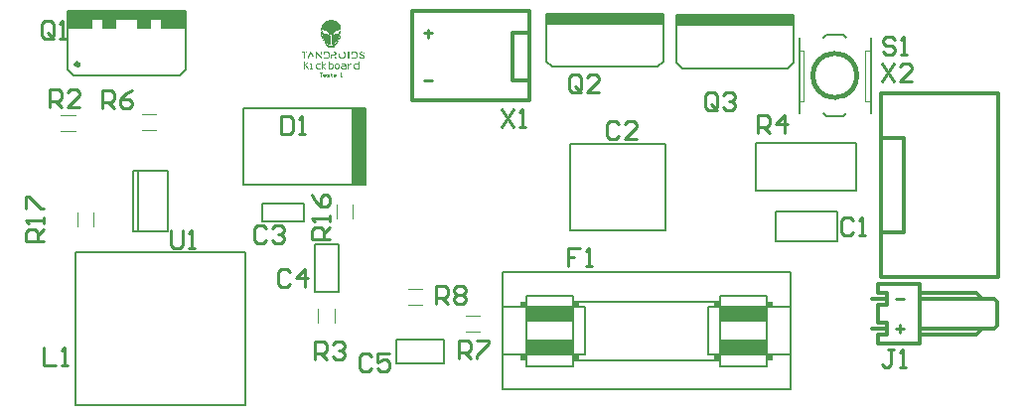
<source format=gto>
G04*
G04 #@! TF.GenerationSoftware,Altium Limited,Altium Designer,21.6.1 (37)*
G04*
G04 Layer_Color=65535*
%FSLAX23Y23*%
%MOIN*%
G70*
G04*
G04 #@! TF.SameCoordinates,C1C5D9C5-2355-4A3C-9FD6-11C0A888820F*
G04*
G04*
G04 #@! TF.FilePolarity,Positive*
G04*
G01*
G75*
%ADD10C,0.015*%
%ADD11C,0.004*%
%ADD12C,0.008*%
%ADD13C,0.012*%
%ADD14C,0.004*%
%ADD15C,0.003*%
%ADD16C,0.010*%
%ADD17R,0.048X0.256*%
G36*
X2185Y1291D02*
X1791D01*
Y1323D01*
X2185D01*
Y1291D01*
D02*
G37*
G36*
X2622Y1287D02*
X2228D01*
Y1319D01*
X2622D01*
Y1287D01*
D02*
G37*
G36*
X579Y1276D02*
X500D01*
Y1305D01*
X461D01*
Y1276D01*
X421D01*
Y1305D01*
X343D01*
Y1276D01*
X303D01*
Y1305D01*
X264D01*
Y1276D01*
X185D01*
Y1335D01*
X579D01*
Y1276D01*
D02*
G37*
G36*
X1077Y1302D02*
X1078D01*
Y1302D01*
X1079D01*
Y1302D01*
X1081D01*
Y1301D01*
X1082D01*
Y1301D01*
X1082D01*
Y1300D01*
X1084D01*
Y1300D01*
X1084D01*
Y1300D01*
X1085D01*
Y1299D01*
X1086D01*
Y1299D01*
X1086D01*
Y1298D01*
X1087D01*
Y1298D01*
X1087D01*
Y1297D01*
X1088D01*
Y1297D01*
X1089D01*
Y1297D01*
X1089D01*
Y1296D01*
X1090D01*
Y1296D01*
X1090D01*
Y1295D01*
X1091D01*
Y1295D01*
X1091D01*
Y1295D01*
X1092D01*
Y1294D01*
X1092D01*
Y1294D01*
X1092D01*
Y1293D01*
X1093D01*
Y1293D01*
X1093D01*
Y1292D01*
X1094D01*
Y1292D01*
X1094D01*
Y1292D01*
X1094D01*
Y1291D01*
X1095D01*
Y1291D01*
Y1290D01*
X1096D01*
Y1290D01*
Y1290D01*
Y1289D01*
X1097D01*
Y1289D01*
Y1288D01*
X1097D01*
Y1288D01*
Y1287D01*
X1098D01*
Y1287D01*
Y1287D01*
Y1286D01*
X1098D01*
Y1286D01*
X1099D01*
Y1285D01*
Y1285D01*
X1099D01*
Y1285D01*
Y1284D01*
X1099D01*
Y1284D01*
Y1283D01*
X1100D01*
Y1283D01*
Y1283D01*
Y1282D01*
X1100D01*
Y1282D01*
Y1281D01*
Y1281D01*
X1101D01*
Y1280D01*
Y1280D01*
Y1280D01*
Y1279D01*
X1101D01*
Y1279D01*
Y1278D01*
X1101D01*
Y1278D01*
Y1278D01*
Y1277D01*
X1102D01*
Y1277D01*
Y1276D01*
Y1276D01*
Y1275D01*
Y1275D01*
Y1275D01*
Y1274D01*
Y1274D01*
X1102D01*
Y1273D01*
Y1273D01*
Y1273D01*
Y1272D01*
Y1272D01*
Y1271D01*
Y1271D01*
Y1270D01*
X1101D01*
Y1270D01*
X1100D01*
Y1270D01*
X1099D01*
Y1269D01*
X1097D01*
Y1269D01*
X1095D01*
Y1268D01*
X1094D01*
Y1268D01*
X1093D01*
Y1268D01*
X1091D01*
Y1267D01*
X1089D01*
Y1267D01*
X1088D01*
Y1266D01*
X1086D01*
Y1266D01*
X1085D01*
Y1266D01*
X1083D01*
Y1265D01*
X1082D01*
Y1265D01*
X1080D01*
Y1264D01*
Y1264D01*
X1081D01*
Y1263D01*
X1079D01*
Y1263D01*
X1079D01*
Y1263D01*
Y1262D01*
X1079D01*
Y1262D01*
X1078D01*
Y1261D01*
Y1261D01*
Y1261D01*
X1078D01*
Y1260D01*
Y1260D01*
X1077D01*
Y1259D01*
X1077D01*
Y1259D01*
Y1258D01*
Y1258D01*
X1077D01*
Y1258D01*
Y1257D01*
Y1257D01*
X1076D01*
Y1256D01*
Y1256D01*
X1076D01*
Y1256D01*
Y1255D01*
X1075D01*
Y1255D01*
Y1254D01*
X1073D01*
Y1254D01*
X1072D01*
Y1253D01*
X1070D01*
Y1253D01*
X1069D01*
Y1253D01*
X1067D01*
Y1253D01*
X1066D01*
Y1253D01*
X1065D01*
Y1254D01*
X1063D01*
Y1254D01*
X1062D01*
Y1255D01*
X1061D01*
Y1255D01*
Y1256D01*
X1061D01*
Y1256D01*
Y1256D01*
X1060D01*
Y1257D01*
Y1257D01*
X1060D01*
Y1258D01*
Y1258D01*
Y1258D01*
X1060D01*
Y1259D01*
X1059D01*
Y1259D01*
Y1260D01*
Y1260D01*
X1059D01*
Y1261D01*
X1058D01*
Y1261D01*
Y1261D01*
Y1262D01*
Y1262D01*
X1058D01*
Y1263D01*
X1057D01*
Y1263D01*
Y1263D01*
X1056D01*
Y1264D01*
Y1264D01*
Y1265D01*
X1056D01*
Y1265D01*
X1055D01*
Y1266D01*
X1053D01*
Y1266D01*
X1051D01*
Y1266D01*
X1050D01*
Y1267D01*
X1048D01*
Y1267D01*
X1047D01*
Y1268D01*
X1045D01*
Y1268D01*
X1044D01*
Y1268D01*
X1043D01*
Y1269D01*
X1041D01*
Y1269D01*
X1040D01*
Y1270D01*
X1038D01*
Y1270D01*
X1037D01*
Y1270D01*
X1035D01*
Y1271D01*
X1034D01*
Y1271D01*
Y1272D01*
Y1272D01*
X1035D01*
Y1273D01*
Y1273D01*
Y1273D01*
Y1274D01*
Y1274D01*
Y1275D01*
Y1275D01*
Y1275D01*
Y1276D01*
Y1276D01*
X1035D01*
Y1277D01*
Y1277D01*
Y1278D01*
Y1278D01*
X1036D01*
Y1278D01*
Y1279D01*
Y1279D01*
Y1280D01*
X1036D01*
Y1280D01*
Y1280D01*
X1036D01*
Y1281D01*
Y1281D01*
X1037D01*
Y1282D01*
Y1282D01*
Y1283D01*
Y1283D01*
X1037D01*
Y1283D01*
X1038D01*
Y1284D01*
Y1284D01*
Y1285D01*
Y1285D01*
X1038D01*
Y1285D01*
Y1286D01*
X1039D01*
Y1286D01*
Y1287D01*
Y1287D01*
X1040D01*
Y1287D01*
Y1288D01*
Y1288D01*
X1040D01*
Y1289D01*
X1040D01*
Y1289D01*
Y1290D01*
X1041D01*
Y1290D01*
X1041D01*
Y1290D01*
X1042D01*
Y1291D01*
Y1291D01*
X1042D01*
Y1292D01*
X1043D01*
Y1292D01*
X1043D01*
Y1292D01*
Y1293D01*
X1044D01*
Y1293D01*
X1044D01*
Y1294D01*
X1045D01*
Y1294D01*
X1045D01*
Y1295D01*
X1045D01*
Y1295D01*
X1046D01*
Y1295D01*
X1046D01*
Y1296D01*
X1047D01*
Y1296D01*
X1048D01*
Y1297D01*
X1048D01*
Y1297D01*
X1048D01*
Y1297D01*
X1049D01*
Y1298D01*
X1050D01*
Y1298D01*
X1050D01*
Y1299D01*
X1051D01*
Y1299D01*
X1052D01*
Y1300D01*
X1053D01*
Y1300D01*
X1053D01*
Y1300D01*
X1054D01*
Y1301D01*
X1055D01*
Y1301D01*
X1056D01*
Y1302D01*
X1057D01*
Y1302D01*
X1058D01*
Y1302D01*
X1060D01*
Y1303D01*
X1077D01*
Y1302D01*
D02*
G37*
G36*
X1102Y1268D02*
X1102D01*
Y1268D01*
Y1267D01*
X1101D01*
Y1267D01*
Y1266D01*
Y1266D01*
Y1266D01*
X1101D01*
Y1265D01*
Y1265D01*
Y1264D01*
X1101D01*
Y1264D01*
Y1263D01*
Y1263D01*
Y1263D01*
Y1262D01*
X1100D01*
Y1262D01*
Y1261D01*
X1100D01*
Y1261D01*
Y1261D01*
Y1260D01*
X1099D01*
Y1260D01*
Y1259D01*
Y1259D01*
Y1258D01*
X1099D01*
Y1258D01*
Y1258D01*
X1099D01*
Y1257D01*
Y1257D01*
Y1256D01*
Y1256D01*
Y1256D01*
X1098D01*
Y1255D01*
Y1255D01*
X1098D01*
Y1254D01*
Y1254D01*
Y1253D01*
X1097D01*
Y1253D01*
X1098D01*
Y1253D01*
X1097D01*
Y1252D01*
Y1252D01*
Y1251D01*
X1097D01*
Y1251D01*
Y1251D01*
X1097D01*
Y1250D01*
Y1250D01*
Y1249D01*
Y1249D01*
X1096D01*
Y1248D01*
Y1248D01*
Y1248D01*
X1096D01*
Y1247D01*
Y1247D01*
Y1246D01*
Y1246D01*
X1095D01*
Y1246D01*
Y1245D01*
Y1245D01*
X1095D01*
Y1244D01*
Y1244D01*
X1094D01*
Y1244D01*
Y1243D01*
Y1243D01*
Y1242D01*
Y1242D01*
X1094D01*
Y1241D01*
Y1241D01*
X1094D01*
Y1241D01*
Y1240D01*
Y1240D01*
X1093D01*
Y1239D01*
X1094D01*
Y1239D01*
X1093D01*
Y1239D01*
Y1238D01*
X1093D01*
Y1238D01*
Y1237D01*
Y1237D01*
X1092D01*
Y1236D01*
Y1236D01*
Y1236D01*
Y1235D01*
X1092D01*
Y1235D01*
Y1234D01*
Y1234D01*
X1092D01*
Y1234D01*
Y1233D01*
X1091D01*
Y1233D01*
X1090D01*
Y1232D01*
X1090D01*
Y1232D01*
X1089D01*
Y1231D01*
X1089D01*
Y1231D01*
X1088D01*
Y1231D01*
X1087D01*
Y1230D01*
X1087D01*
Y1230D01*
X1086D01*
Y1229D01*
X1086D01*
Y1229D01*
X1085D01*
Y1229D01*
X1084D01*
Y1228D01*
X1084D01*
Y1228D01*
X1084D01*
Y1227D01*
X1083D01*
Y1227D01*
Y1226D01*
X1083D01*
Y1226D01*
X1082D01*
Y1226D01*
X1082D01*
Y1225D01*
X1082D01*
Y1225D01*
X1081D01*
Y1224D01*
Y1224D01*
X1081D01*
Y1224D01*
X1080D01*
Y1223D01*
X1080D01*
Y1223D01*
Y1222D01*
X1079D01*
Y1222D01*
X1079D01*
Y1222D01*
X1079D01*
Y1221D01*
X1078D01*
Y1221D01*
Y1220D01*
X1077D01*
Y1220D01*
X1076D01*
Y1219D01*
X1074D01*
Y1219D01*
X1072D01*
Y1219D01*
X1070D01*
Y1218D01*
X1069D01*
Y1219D01*
Y1219D01*
Y1219D01*
Y1220D01*
Y1220D01*
Y1221D01*
Y1221D01*
Y1222D01*
Y1222D01*
Y1222D01*
Y1223D01*
Y1223D01*
Y1224D01*
Y1224D01*
Y1224D01*
Y1225D01*
Y1225D01*
Y1226D01*
Y1226D01*
Y1226D01*
Y1227D01*
Y1227D01*
Y1228D01*
Y1228D01*
Y1229D01*
Y1229D01*
Y1229D01*
Y1230D01*
Y1230D01*
Y1231D01*
Y1231D01*
Y1231D01*
Y1232D01*
Y1232D01*
Y1233D01*
Y1233D01*
Y1234D01*
Y1234D01*
Y1234D01*
Y1235D01*
Y1235D01*
Y1236D01*
Y1236D01*
Y1236D01*
Y1237D01*
Y1237D01*
Y1238D01*
Y1238D01*
Y1239D01*
Y1239D01*
Y1239D01*
Y1240D01*
Y1240D01*
Y1241D01*
Y1241D01*
Y1241D01*
Y1242D01*
Y1242D01*
Y1243D01*
Y1243D01*
Y1244D01*
Y1244D01*
Y1244D01*
Y1245D01*
Y1245D01*
Y1246D01*
Y1246D01*
Y1246D01*
Y1247D01*
Y1247D01*
Y1248D01*
Y1248D01*
Y1248D01*
Y1249D01*
Y1249D01*
Y1250D01*
Y1250D01*
Y1251D01*
Y1251D01*
Y1251D01*
Y1252D01*
X1069D01*
Y1252D01*
X1072D01*
Y1253D01*
X1072D01*
Y1253D01*
X1074D01*
Y1253D01*
X1076D01*
Y1254D01*
X1077D01*
Y1254D01*
X1079D01*
Y1255D01*
X1080D01*
Y1255D01*
X1081D01*
Y1256D01*
X1083D01*
Y1256D01*
X1084D01*
Y1256D01*
X1087D01*
Y1257D01*
X1087D01*
Y1257D01*
X1089D01*
Y1258D01*
X1090D01*
Y1258D01*
X1092D01*
Y1258D01*
X1093D01*
Y1259D01*
Y1259D01*
Y1260D01*
X1094D01*
Y1260D01*
Y1261D01*
X1094D01*
Y1261D01*
Y1261D01*
X1094D01*
Y1262D01*
X1095D01*
Y1262D01*
Y1263D01*
X1095D01*
Y1263D01*
Y1263D01*
Y1264D01*
X1096D01*
Y1264D01*
X1096D01*
Y1265D01*
Y1265D01*
Y1266D01*
X1097D01*
Y1266D01*
X1097D01*
Y1266D01*
X1097D01*
Y1267D01*
Y1267D01*
X1098D01*
Y1268D01*
X1100D01*
Y1268D01*
X1101D01*
Y1268D01*
X1102D01*
Y1268D01*
D02*
G37*
G36*
X1036Y1268D02*
X1037D01*
Y1268D01*
X1038D01*
Y1268D01*
X1039D01*
Y1267D01*
X1040D01*
Y1267D01*
X1040D01*
Y1266D01*
Y1266D01*
Y1266D01*
X1040D01*
Y1265D01*
Y1265D01*
X1041D01*
Y1264D01*
X1041D01*
Y1264D01*
Y1263D01*
Y1263D01*
X1042D01*
Y1263D01*
X1042D01*
Y1262D01*
Y1262D01*
Y1261D01*
X1043D01*
Y1261D01*
Y1261D01*
X1043D01*
Y1260D01*
X1043D01*
Y1260D01*
Y1259D01*
Y1259D01*
X1044D01*
Y1258D01*
X1046D01*
Y1258D01*
X1047D01*
Y1258D01*
X1049D01*
Y1257D01*
X1050D01*
Y1257D01*
X1051D01*
Y1256D01*
X1053D01*
Y1256D01*
X1054D01*
Y1256D01*
X1056D01*
Y1255D01*
X1057D01*
Y1255D01*
X1058D01*
Y1254D01*
X1060D01*
Y1254D01*
X1061D01*
Y1253D01*
X1063D01*
Y1253D01*
X1064D01*
Y1253D01*
X1065D01*
Y1252D01*
X1067D01*
Y1252D01*
X1068D01*
Y1251D01*
Y1251D01*
Y1251D01*
Y1250D01*
Y1250D01*
Y1249D01*
Y1249D01*
Y1248D01*
Y1248D01*
Y1248D01*
Y1247D01*
Y1247D01*
Y1246D01*
Y1246D01*
Y1246D01*
Y1245D01*
Y1245D01*
Y1244D01*
Y1244D01*
Y1244D01*
Y1243D01*
Y1243D01*
Y1242D01*
Y1242D01*
Y1241D01*
Y1241D01*
Y1241D01*
Y1240D01*
Y1240D01*
Y1239D01*
Y1239D01*
Y1239D01*
Y1238D01*
Y1238D01*
Y1237D01*
Y1237D01*
Y1236D01*
Y1236D01*
Y1236D01*
Y1235D01*
Y1235D01*
Y1234D01*
Y1234D01*
Y1234D01*
Y1233D01*
Y1233D01*
Y1232D01*
Y1232D01*
Y1231D01*
Y1231D01*
Y1231D01*
Y1230D01*
Y1230D01*
Y1229D01*
Y1229D01*
Y1229D01*
Y1228D01*
Y1228D01*
Y1227D01*
Y1227D01*
Y1226D01*
Y1226D01*
Y1226D01*
Y1225D01*
Y1225D01*
Y1224D01*
Y1224D01*
Y1224D01*
Y1223D01*
Y1223D01*
Y1222D01*
Y1222D01*
Y1222D01*
Y1221D01*
Y1221D01*
Y1220D01*
Y1220D01*
Y1219D01*
Y1219D01*
Y1219D01*
X1067D01*
Y1218D01*
Y1218D01*
X1067D01*
Y1218D01*
X1066D01*
Y1219D01*
X1064D01*
Y1219D01*
X1062D01*
Y1219D01*
X1060D01*
Y1220D01*
X1059D01*
Y1220D01*
X1058D01*
Y1221D01*
Y1221D01*
X1057D01*
Y1222D01*
X1057D01*
Y1222D01*
X1057D01*
Y1222D01*
X1056D01*
Y1223D01*
Y1223D01*
X1056D01*
Y1224D01*
X1055D01*
Y1224D01*
X1055D01*
Y1224D01*
Y1225D01*
X1055D01*
Y1225D01*
X1054D01*
Y1226D01*
Y1226D01*
X1053D01*
Y1226D01*
X1053D01*
Y1227D01*
Y1227D01*
X1053D01*
Y1228D01*
X1052D01*
Y1228D01*
Y1229D01*
X1051D01*
Y1229D01*
X1051D01*
Y1229D01*
X1050D01*
Y1230D01*
X1050D01*
Y1230D01*
X1049D01*
Y1231D01*
X1049D01*
Y1231D01*
X1048D01*
Y1231D01*
X1048D01*
Y1232D01*
X1047D01*
Y1232D01*
X1046D01*
Y1233D01*
X1046D01*
Y1233D01*
X1045D01*
Y1234D01*
X1045D01*
Y1234D01*
Y1234D01*
X1044D01*
Y1235D01*
Y1235D01*
X1044D01*
Y1236D01*
X1044D01*
Y1236D01*
X1044D01*
Y1236D01*
Y1237D01*
Y1237D01*
X1043D01*
Y1238D01*
Y1238D01*
Y1239D01*
X1043D01*
Y1239D01*
Y1239D01*
Y1240D01*
Y1240D01*
Y1241D01*
X1043D01*
Y1241D01*
Y1241D01*
X1042D01*
Y1242D01*
Y1242D01*
Y1243D01*
X1042D01*
Y1243D01*
X1042D01*
Y1244D01*
X1042D01*
Y1244D01*
Y1244D01*
Y1245D01*
X1041D01*
Y1245D01*
Y1246D01*
X1041D01*
Y1246D01*
Y1246D01*
Y1247D01*
Y1247D01*
Y1248D01*
X1040D01*
Y1248D01*
Y1248D01*
Y1249D01*
X1040D01*
Y1249D01*
Y1250D01*
Y1250D01*
X1040D01*
Y1251D01*
Y1251D01*
Y1251D01*
Y1252D01*
X1039D01*
Y1252D01*
Y1253D01*
Y1253D01*
X1039D01*
Y1253D01*
Y1254D01*
Y1254D01*
Y1255D01*
Y1255D01*
X1038D01*
Y1256D01*
Y1256D01*
X1038D01*
Y1256D01*
Y1257D01*
Y1257D01*
Y1258D01*
Y1258D01*
X1038D01*
Y1258D01*
Y1259D01*
Y1259D01*
X1037D01*
Y1260D01*
Y1260D01*
X1037D01*
Y1261D01*
Y1261D01*
Y1261D01*
Y1262D01*
Y1262D01*
X1036D01*
Y1263D01*
Y1263D01*
Y1263D01*
X1036D01*
Y1264D01*
Y1264D01*
Y1265D01*
Y1265D01*
X1036D01*
Y1266D01*
Y1266D01*
Y1266D01*
X1035D01*
Y1267D01*
Y1267D01*
Y1268D01*
X1035D01*
Y1268D01*
Y1268D01*
Y1269D01*
X1036D01*
Y1268D01*
D02*
G37*
G36*
X1035Y1266D02*
Y1265D01*
Y1265D01*
X1035D01*
Y1264D01*
X1035D01*
Y1264D01*
X1035D01*
Y1263D01*
Y1263D01*
Y1263D01*
X1036D01*
Y1262D01*
Y1262D01*
X1036D01*
Y1261D01*
Y1261D01*
Y1261D01*
Y1260D01*
Y1260D01*
X1036D01*
Y1259D01*
Y1259D01*
Y1258D01*
X1037D01*
Y1258D01*
Y1258D01*
Y1257D01*
Y1257D01*
X1037D01*
Y1256D01*
Y1256D01*
Y1256D01*
X1038D01*
Y1255D01*
Y1255D01*
Y1254D01*
X1038D01*
Y1254D01*
Y1253D01*
Y1253D01*
Y1253D01*
Y1252D01*
X1038D01*
Y1252D01*
Y1251D01*
X1039D01*
Y1251D01*
Y1251D01*
Y1250D01*
X1039D01*
Y1250D01*
X1039D01*
Y1249D01*
X1039D01*
Y1249D01*
Y1248D01*
Y1248D01*
X1040D01*
Y1248D01*
Y1247D01*
X1040D01*
Y1247D01*
Y1246D01*
Y1246D01*
Y1246D01*
Y1245D01*
X1040D01*
Y1245D01*
Y1244D01*
Y1244D01*
X1041D01*
Y1244D01*
Y1243D01*
Y1243D01*
Y1242D01*
X1041D01*
Y1242D01*
Y1241D01*
Y1241D01*
X1042D01*
Y1241D01*
Y1240D01*
Y1240D01*
X1042D01*
Y1239D01*
Y1239D01*
Y1239D01*
Y1238D01*
Y1238D01*
X1043D01*
Y1237D01*
Y1237D01*
X1043D01*
Y1236D01*
Y1236D01*
Y1236D01*
Y1235D01*
Y1235D01*
X1043D01*
Y1234D01*
Y1234D01*
X1044D01*
Y1234D01*
Y1233D01*
X1044D01*
Y1233D01*
X1045D01*
Y1232D01*
X1045D01*
Y1232D01*
X1046D01*
Y1231D01*
X1046D01*
Y1231D01*
X1047D01*
Y1231D01*
X1048D01*
Y1230D01*
X1048D01*
Y1230D01*
X1049D01*
Y1229D01*
X1049D01*
Y1229D01*
X1050D01*
Y1229D01*
X1050D01*
Y1228D01*
X1051D01*
Y1228D01*
Y1227D01*
X1052D01*
Y1227D01*
X1052D01*
Y1226D01*
X1053D01*
Y1226D01*
Y1226D01*
X1053D01*
Y1225D01*
X1053D01*
Y1225D01*
Y1224D01*
X1054D01*
Y1224D01*
X1055D01*
Y1224D01*
Y1223D01*
Y1223D01*
X1055D01*
Y1222D01*
Y1222D01*
X1056D01*
Y1222D01*
X1056D01*
Y1221D01*
X1057D01*
Y1221D01*
Y1220D01*
X1057D01*
Y1220D01*
X1057D01*
Y1219D01*
X1059D01*
Y1219D01*
X1060D01*
Y1219D01*
X1062D01*
Y1218D01*
X1063D01*
Y1218D01*
X1065D01*
Y1217D01*
X1067D01*
Y1217D01*
X1069D01*
Y1217D01*
X1071D01*
Y1218D01*
X1073D01*
Y1218D01*
X1074D01*
Y1219D01*
X1077D01*
Y1219D01*
X1078D01*
Y1219D01*
X1079D01*
Y1220D01*
Y1220D01*
X1079D01*
Y1221D01*
X1079D01*
Y1221D01*
X1080D01*
Y1222D01*
X1080D01*
Y1222D01*
Y1222D01*
X1081D01*
Y1223D01*
X1081D01*
Y1223D01*
X1082D01*
Y1224D01*
X1082D01*
Y1224D01*
X1082D01*
Y1224D01*
Y1225D01*
X1083D01*
Y1225D01*
X1083D01*
Y1226D01*
X1084D01*
Y1226D01*
X1084D01*
Y1226D01*
Y1227D01*
X1084D01*
Y1227D01*
X1085D01*
Y1228D01*
X1085D01*
Y1228D01*
X1086D01*
Y1229D01*
X1087D01*
Y1229D01*
X1087D01*
Y1229D01*
X1088D01*
Y1230D01*
X1088D01*
Y1230D01*
X1089D01*
Y1231D01*
X1089D01*
Y1231D01*
X1090D01*
Y1231D01*
X1091D01*
Y1232D01*
X1092D01*
Y1232D01*
X1092D01*
Y1233D01*
X1092D01*
Y1233D01*
Y1234D01*
X1093D01*
Y1234D01*
Y1234D01*
X1093D01*
Y1235D01*
Y1235D01*
Y1236D01*
Y1236D01*
Y1236D01*
X1094D01*
Y1237D01*
Y1237D01*
X1094D01*
Y1238D01*
Y1238D01*
Y1239D01*
X1094D01*
Y1239D01*
Y1239D01*
Y1240D01*
Y1240D01*
X1095D01*
Y1241D01*
Y1241D01*
Y1241D01*
X1095D01*
Y1242D01*
Y1242D01*
Y1243D01*
Y1243D01*
X1096D01*
Y1244D01*
Y1244D01*
Y1244D01*
X1096D01*
Y1245D01*
Y1245D01*
X1097D01*
Y1246D01*
Y1246D01*
Y1246D01*
Y1247D01*
Y1247D01*
X1097D01*
Y1248D01*
Y1248D01*
X1097D01*
Y1248D01*
Y1249D01*
Y1249D01*
Y1250D01*
Y1250D01*
X1098D01*
Y1251D01*
Y1251D01*
X1098D01*
Y1251D01*
Y1252D01*
Y1252D01*
X1099D01*
Y1253D01*
Y1253D01*
Y1253D01*
Y1254D01*
X1099D01*
Y1254D01*
Y1255D01*
Y1255D01*
X1099D01*
Y1256D01*
Y1256D01*
Y1256D01*
Y1257D01*
X1100D01*
Y1257D01*
Y1258D01*
Y1258D01*
X1100D01*
Y1258D01*
Y1259D01*
X1101D01*
Y1259D01*
Y1260D01*
Y1260D01*
Y1261D01*
X1101D01*
Y1261D01*
Y1261D01*
Y1262D01*
X1101D01*
Y1262D01*
Y1263D01*
Y1263D01*
Y1263D01*
Y1264D01*
X1102D01*
Y1264D01*
Y1265D01*
X1102D01*
Y1264D01*
Y1264D01*
Y1263D01*
Y1263D01*
Y1263D01*
Y1262D01*
Y1262D01*
Y1261D01*
Y1261D01*
Y1261D01*
Y1260D01*
Y1260D01*
Y1259D01*
Y1259D01*
Y1258D01*
Y1258D01*
Y1258D01*
Y1257D01*
Y1257D01*
Y1256D01*
Y1256D01*
Y1256D01*
Y1255D01*
Y1255D01*
Y1254D01*
Y1254D01*
Y1253D01*
Y1253D01*
Y1253D01*
Y1252D01*
Y1252D01*
Y1251D01*
Y1251D01*
Y1251D01*
Y1250D01*
Y1250D01*
Y1249D01*
Y1249D01*
Y1248D01*
X1102D01*
Y1248D01*
Y1248D01*
Y1247D01*
Y1247D01*
Y1246D01*
Y1246D01*
X1101D01*
Y1246D01*
X1101D01*
Y1245D01*
Y1245D01*
X1101D01*
Y1244D01*
Y1244D01*
X1100D01*
Y1244D01*
Y1243D01*
X1100D01*
Y1243D01*
Y1242D01*
X1099D01*
Y1242D01*
X1099D01*
Y1241D01*
Y1241D01*
X1099D01*
Y1241D01*
Y1240D01*
X1098D01*
Y1240D01*
Y1239D01*
X1098D01*
Y1239D01*
X1097D01*
Y1239D01*
Y1238D01*
X1097D01*
Y1238D01*
Y1237D01*
X1097D01*
Y1237D01*
X1096D01*
Y1236D01*
X1096D01*
Y1236D01*
Y1236D01*
X1095D01*
Y1235D01*
Y1235D01*
X1094D01*
Y1234D01*
X1095D01*
Y1234D01*
X1094D01*
Y1234D01*
X1094D01*
Y1233D01*
Y1233D01*
Y1232D01*
X1093D01*
Y1232D01*
X1093D01*
Y1231D01*
Y1231D01*
X1092D01*
Y1231D01*
X1092D01*
Y1230D01*
Y1230D01*
X1092D01*
Y1229D01*
Y1229D01*
X1091D01*
Y1229D01*
X1091D01*
Y1228D01*
Y1228D01*
X1090D01*
Y1227D01*
X1090D01*
Y1227D01*
X1089D01*
Y1226D01*
Y1226D01*
X1089D01*
Y1226D01*
Y1225D01*
X1089D01*
Y1225D01*
Y1224D01*
X1088D01*
Y1224D01*
Y1224D01*
X1087D01*
Y1223D01*
Y1223D01*
X1087D01*
Y1222D01*
X1087D01*
Y1222D01*
Y1222D01*
X1086D01*
Y1221D01*
X1086D01*
Y1221D01*
Y1220D01*
X1085D01*
Y1220D01*
Y1219D01*
X1084D01*
Y1219D01*
Y1219D01*
X1084D01*
Y1218D01*
Y1218D01*
X1084D01*
Y1217D01*
X1083D01*
Y1217D01*
Y1217D01*
X1083D01*
Y1216D01*
Y1216D01*
X1082D01*
Y1215D01*
X1082D01*
Y1215D01*
Y1214D01*
X1082D01*
Y1214D01*
X1081D01*
Y1214D01*
Y1213D01*
X1081D01*
Y1213D01*
X1080D01*
Y1212D01*
Y1212D01*
X1080D01*
Y1212D01*
X1079D01*
Y1211D01*
Y1211D01*
X1079D01*
Y1210D01*
X1075D01*
Y1211D01*
X1057D01*
Y1211D01*
X1056D01*
Y1212D01*
Y1212D01*
X1056D01*
Y1212D01*
Y1213D01*
X1055D01*
Y1213D01*
X1055D01*
Y1214D01*
X1055D01*
Y1214D01*
Y1214D01*
X1054D01*
Y1215D01*
Y1215D01*
Y1216D01*
X1054D01*
Y1216D01*
X1053D01*
Y1217D01*
Y1217D01*
X1053D01*
Y1217D01*
Y1218D01*
X1052D01*
Y1218D01*
Y1219D01*
X1052D01*
Y1219D01*
Y1219D01*
X1051D01*
Y1220D01*
Y1220D01*
X1050D01*
Y1221D01*
Y1221D01*
X1050D01*
Y1222D01*
Y1222D01*
X1050D01*
Y1222D01*
X1049D01*
Y1223D01*
Y1223D01*
X1049D01*
Y1224D01*
Y1224D01*
X1048D01*
Y1224D01*
X1048D01*
Y1225D01*
X1048D01*
Y1225D01*
Y1226D01*
X1047D01*
Y1226D01*
Y1226D01*
X1047D01*
Y1227D01*
Y1227D01*
X1046D01*
Y1228D01*
Y1228D01*
Y1229D01*
X1045D01*
Y1229D01*
X1045D01*
Y1229D01*
Y1230D01*
X1045D01*
Y1230D01*
Y1231D01*
X1044D01*
Y1231D01*
X1044D01*
Y1231D01*
Y1232D01*
X1043D01*
Y1232D01*
X1043D01*
Y1233D01*
Y1233D01*
Y1234D01*
X1042D01*
Y1234D01*
Y1234D01*
X1042D01*
Y1235D01*
Y1235D01*
X1041D01*
Y1236D01*
X1041D01*
Y1236D01*
X1040D01*
Y1236D01*
Y1237D01*
X1040D01*
Y1237D01*
X1040D01*
Y1238D01*
Y1238D01*
X1039D01*
Y1239D01*
Y1239D01*
X1039D01*
Y1239D01*
Y1240D01*
X1038D01*
Y1240D01*
Y1241D01*
X1038D01*
Y1241D01*
Y1241D01*
X1037D01*
Y1242D01*
Y1242D01*
X1037D01*
Y1243D01*
Y1243D01*
X1036D01*
Y1244D01*
Y1244D01*
X1036D01*
Y1244D01*
Y1245D01*
X1036D01*
Y1245D01*
Y1246D01*
Y1246D01*
X1035D01*
Y1246D01*
Y1247D01*
X1035D01*
Y1247D01*
X1034D01*
Y1248D01*
Y1248D01*
Y1248D01*
Y1249D01*
Y1249D01*
Y1250D01*
Y1250D01*
Y1251D01*
Y1251D01*
Y1251D01*
Y1252D01*
Y1252D01*
Y1253D01*
Y1253D01*
Y1253D01*
Y1254D01*
Y1254D01*
Y1255D01*
Y1255D01*
Y1256D01*
Y1256D01*
Y1256D01*
Y1257D01*
Y1257D01*
Y1258D01*
Y1258D01*
Y1258D01*
Y1259D01*
Y1259D01*
Y1260D01*
Y1260D01*
Y1261D01*
Y1261D01*
Y1261D01*
Y1262D01*
Y1262D01*
Y1263D01*
Y1263D01*
Y1263D01*
Y1264D01*
Y1264D01*
Y1265D01*
Y1265D01*
Y1266D01*
Y1266D01*
X1035D01*
Y1266D01*
D02*
G37*
G36*
X987Y1197D02*
X987D01*
Y1197D01*
Y1197D01*
Y1196D01*
X988D01*
Y1196D01*
X987D01*
Y1195D01*
Y1195D01*
Y1195D01*
X987D01*
Y1194D01*
X985D01*
Y1195D01*
X984D01*
Y1195D01*
X984D01*
Y1195D01*
Y1196D01*
X984D01*
Y1196D01*
X984D01*
Y1197D01*
Y1197D01*
X984D01*
Y1197D01*
X985D01*
Y1198D01*
X987D01*
Y1197D01*
D02*
G37*
G36*
X1180Y1195D02*
X1181D01*
Y1195D01*
Y1195D01*
X1181D01*
Y1194D01*
Y1194D01*
X1181D01*
Y1193D01*
Y1193D01*
Y1192D01*
X1180D01*
Y1192D01*
X1180D01*
Y1192D01*
X1179D01*
Y1192D01*
X1178D01*
Y1192D01*
X1177D01*
Y1193D01*
Y1193D01*
Y1194D01*
Y1194D01*
Y1195D01*
Y1195D01*
X1178D01*
Y1195D01*
X1179D01*
Y1196D01*
X1180D01*
Y1195D01*
D02*
G37*
G36*
X1037Y1196D02*
X1037D01*
Y1196D01*
Y1195D01*
Y1195D01*
Y1195D01*
Y1194D01*
Y1194D01*
Y1193D01*
Y1193D01*
Y1192D01*
Y1192D01*
Y1192D01*
Y1191D01*
Y1191D01*
Y1190D01*
Y1190D01*
Y1190D01*
Y1189D01*
Y1189D01*
Y1188D01*
Y1188D01*
Y1187D01*
Y1187D01*
Y1187D01*
X1036D01*
Y1187D01*
X1036D01*
Y1187D01*
X1035D01*
Y1188D01*
Y1188D01*
Y1189D01*
X1034D01*
Y1189D01*
X1034D01*
Y1190D01*
Y1190D01*
Y1190D01*
Y1191D01*
Y1191D01*
Y1192D01*
Y1192D01*
Y1192D01*
Y1193D01*
Y1193D01*
Y1194D01*
Y1194D01*
X1034D01*
Y1195D01*
Y1195D01*
Y1195D01*
X1035D01*
Y1196D01*
X1035D01*
Y1196D01*
X1036D01*
Y1197D01*
X1037D01*
Y1196D01*
D02*
G37*
G36*
X1001Y1197D02*
X1001D01*
Y1197D01*
X1002D01*
Y1197D01*
X1002D01*
Y1196D01*
X1002D01*
Y1196D01*
X1002D01*
Y1195D01*
X1003D01*
Y1195D01*
Y1195D01*
X1003D01*
Y1194D01*
Y1194D01*
Y1193D01*
X1004D01*
Y1193D01*
X1004D01*
Y1192D01*
Y1192D01*
Y1192D01*
Y1191D01*
X1004D01*
Y1191D01*
X1005D01*
Y1190D01*
Y1190D01*
X1005D01*
Y1190D01*
Y1189D01*
X1006D01*
Y1189D01*
Y1188D01*
Y1188D01*
X1006D01*
Y1187D01*
X1006D01*
Y1187D01*
Y1187D01*
Y1186D01*
X1007D01*
Y1186D01*
X1007D01*
Y1185D01*
Y1185D01*
Y1185D01*
Y1184D01*
X1008D01*
Y1184D01*
X1008D01*
Y1183D01*
Y1183D01*
X1009D01*
Y1182D01*
Y1182D01*
Y1182D01*
X1009D01*
Y1181D01*
Y1181D01*
X1009D01*
Y1180D01*
Y1180D01*
X1009D01*
Y1180D01*
Y1179D01*
X1009D01*
Y1179D01*
X1008D01*
Y1178D01*
X1007D01*
Y1179D01*
X1006D01*
Y1179D01*
X1006D01*
Y1180D01*
X1006D01*
Y1180D01*
Y1180D01*
X1005D01*
Y1181D01*
X1005D01*
Y1181D01*
Y1182D01*
Y1182D01*
X1004D01*
Y1182D01*
X1004D01*
Y1183D01*
Y1183D01*
X1004D01*
Y1184D01*
Y1184D01*
Y1185D01*
X1003D01*
Y1185D01*
X1003D01*
Y1185D01*
Y1186D01*
Y1186D01*
Y1187D01*
X1002D01*
Y1187D01*
X1002D01*
Y1187D01*
Y1188D01*
Y1188D01*
Y1189D01*
X1001D01*
Y1189D01*
X1001D01*
Y1190D01*
Y1190D01*
X1001D01*
Y1190D01*
X1000D01*
Y1191D01*
X1000D01*
Y1190D01*
Y1190D01*
X999D01*
Y1190D01*
X999D01*
Y1189D01*
Y1189D01*
Y1188D01*
X999D01*
Y1188D01*
X998D01*
Y1187D01*
Y1187D01*
Y1187D01*
Y1186D01*
X998D01*
Y1186D01*
X997D01*
Y1185D01*
Y1185D01*
X997D01*
Y1185D01*
Y1184D01*
Y1184D01*
X996D01*
Y1183D01*
X996D01*
Y1183D01*
Y1182D01*
Y1182D01*
Y1182D01*
X996D01*
Y1181D01*
X995D01*
Y1181D01*
Y1180D01*
X995D01*
Y1180D01*
Y1180D01*
Y1179D01*
X994D01*
Y1179D01*
Y1178D01*
X994D01*
Y1178D01*
Y1178D01*
X994D01*
Y1177D01*
Y1177D01*
X993D01*
Y1176D01*
X993D01*
Y1176D01*
Y1175D01*
Y1175D01*
Y1175D01*
X992D01*
Y1174D01*
X992D01*
Y1174D01*
Y1173D01*
X992D01*
Y1173D01*
X991D01*
Y1173D01*
X989D01*
Y1173D01*
X989D01*
Y1173D01*
Y1174D01*
X988D01*
Y1174D01*
X989D01*
Y1175D01*
X988D01*
Y1175D01*
X989D01*
Y1175D01*
Y1176D01*
X989D01*
Y1176D01*
Y1177D01*
X989D01*
Y1177D01*
Y1178D01*
Y1178D01*
X990D01*
Y1178D01*
Y1179D01*
X990D01*
Y1179D01*
Y1180D01*
Y1180D01*
X991D01*
Y1180D01*
X991D01*
Y1181D01*
X992D01*
Y1181D01*
Y1182D01*
Y1182D01*
X992D01*
Y1182D01*
Y1183D01*
X992D01*
Y1183D01*
Y1184D01*
Y1184D01*
X993D01*
Y1185D01*
Y1185D01*
X993D01*
Y1185D01*
Y1186D01*
X994D01*
Y1186D01*
Y1187D01*
Y1187D01*
X994D01*
Y1187D01*
X994D01*
Y1188D01*
Y1188D01*
Y1189D01*
X995D01*
Y1189D01*
X995D01*
Y1190D01*
Y1190D01*
X996D01*
Y1190D01*
Y1191D01*
Y1191D01*
X996D01*
Y1192D01*
Y1192D01*
X996D01*
Y1192D01*
Y1193D01*
Y1193D01*
X997D01*
Y1194D01*
Y1194D01*
X997D01*
Y1195D01*
X998D01*
Y1195D01*
Y1195D01*
Y1196D01*
X998D01*
Y1196D01*
X999D01*
Y1197D01*
Y1197D01*
Y1197D01*
X999D01*
Y1198D01*
X1001D01*
Y1197D01*
D02*
G37*
G36*
X1112Y1197D02*
X1113D01*
Y1196D01*
X1114D01*
Y1196D01*
X1114D01*
Y1195D01*
X1114D01*
Y1195D01*
X1115D01*
Y1195D01*
X1115D01*
Y1194D01*
X1116D01*
Y1194D01*
Y1193D01*
X1116D01*
Y1193D01*
Y1192D01*
X1117D01*
Y1192D01*
Y1192D01*
X1117D01*
Y1191D01*
Y1191D01*
Y1190D01*
Y1190D01*
X1118D01*
Y1190D01*
Y1189D01*
X1118D01*
Y1189D01*
Y1188D01*
Y1188D01*
Y1187D01*
Y1187D01*
Y1187D01*
Y1186D01*
Y1186D01*
Y1185D01*
Y1185D01*
Y1185D01*
Y1184D01*
Y1184D01*
Y1183D01*
Y1183D01*
Y1182D01*
X1118D01*
Y1182D01*
Y1182D01*
X1117D01*
Y1181D01*
Y1181D01*
Y1180D01*
X1117D01*
Y1180D01*
X1116D01*
Y1180D01*
X1116D01*
Y1179D01*
X1116D01*
Y1179D01*
X1116D01*
Y1178D01*
X1116D01*
Y1178D01*
X1115D01*
Y1178D01*
X1115D01*
Y1177D01*
X1114D01*
Y1177D01*
X1114D01*
Y1176D01*
X1114D01*
Y1176D01*
X1113D01*
Y1175D01*
X1112D01*
Y1175D01*
X1111D01*
Y1175D01*
X1111D01*
Y1174D01*
X1109D01*
Y1174D01*
X1109D01*
Y1173D01*
X1102D01*
Y1174D01*
X1101D01*
Y1174D01*
X1100D01*
Y1175D01*
X1099D01*
Y1175D01*
X1099D01*
Y1175D01*
X1098D01*
Y1176D01*
X1098D01*
Y1176D01*
X1097D01*
Y1177D01*
X1097D01*
Y1177D01*
X1097D01*
Y1178D01*
X1096D01*
Y1178D01*
Y1178D01*
X1095D01*
Y1179D01*
Y1179D01*
Y1180D01*
X1095D01*
Y1180D01*
X1094D01*
Y1180D01*
X1094D01*
Y1181D01*
X1094D01*
Y1181D01*
X1094D01*
Y1182D01*
X1094D01*
Y1182D01*
Y1182D01*
X1093D01*
Y1183D01*
Y1183D01*
Y1184D01*
Y1184D01*
Y1185D01*
Y1185D01*
Y1185D01*
Y1186D01*
Y1186D01*
Y1187D01*
Y1187D01*
Y1187D01*
Y1188D01*
Y1188D01*
Y1189D01*
X1094D01*
Y1189D01*
X1094D01*
Y1190D01*
X1096D01*
Y1189D01*
X1097D01*
Y1189D01*
Y1188D01*
X1097D01*
Y1188D01*
Y1187D01*
Y1187D01*
Y1187D01*
Y1186D01*
Y1186D01*
Y1185D01*
Y1185D01*
Y1185D01*
Y1184D01*
Y1184D01*
X1097D01*
Y1183D01*
Y1183D01*
X1098D01*
Y1182D01*
Y1182D01*
Y1182D01*
X1098D01*
Y1181D01*
Y1181D01*
X1099D01*
Y1180D01*
Y1180D01*
X1099D01*
Y1180D01*
X1100D01*
Y1179D01*
X1100D01*
Y1179D01*
X1101D01*
Y1178D01*
X1101D01*
Y1178D01*
X1103D01*
Y1178D01*
X1104D01*
Y1177D01*
X1107D01*
Y1178D01*
X1109D01*
Y1178D01*
X1110D01*
Y1178D01*
X1110D01*
Y1179D01*
X1111D01*
Y1179D01*
X1111D01*
Y1180D01*
X1112D01*
Y1180D01*
X1112D01*
Y1180D01*
X1113D01*
Y1181D01*
X1113D01*
Y1181D01*
Y1182D01*
X1114D01*
Y1182D01*
Y1182D01*
Y1183D01*
X1114D01*
Y1183D01*
Y1184D01*
X1114D01*
Y1184D01*
Y1185D01*
Y1185D01*
Y1185D01*
Y1186D01*
Y1186D01*
Y1187D01*
Y1187D01*
Y1187D01*
Y1188D01*
Y1188D01*
X1114D01*
Y1189D01*
Y1189D01*
X1114D01*
Y1190D01*
Y1190D01*
Y1190D01*
X1113D01*
Y1191D01*
X1113D01*
Y1191D01*
Y1192D01*
X1112D01*
Y1192D01*
X1112D01*
Y1192D01*
X1111D01*
Y1193D01*
X1111D01*
Y1193D01*
X1110D01*
Y1194D01*
X1110D01*
Y1194D01*
X1109D01*
Y1195D01*
Y1195D01*
X1109D01*
Y1195D01*
Y1196D01*
X1109D01*
Y1196D01*
Y1197D01*
X1110D01*
Y1197D01*
X1112D01*
Y1197D01*
D02*
G37*
G36*
X1173Y1198D02*
X1174D01*
Y1197D01*
X1175D01*
Y1197D01*
Y1197D01*
X1175D01*
Y1196D01*
Y1196D01*
X1175D01*
Y1195D01*
Y1195D01*
X1174D01*
Y1195D01*
X1173D01*
Y1194D01*
X1172D01*
Y1194D01*
X1170D01*
Y1193D01*
X1169D01*
Y1193D01*
X1168D01*
Y1192D01*
Y1192D01*
X1168D01*
Y1192D01*
Y1191D01*
Y1191D01*
Y1190D01*
Y1190D01*
Y1190D01*
Y1189D01*
X1169D01*
Y1189D01*
X1169D01*
Y1188D01*
X1170D01*
Y1188D01*
X1171D01*
Y1187D01*
X1172D01*
Y1187D01*
X1174D01*
Y1187D01*
X1175D01*
Y1186D01*
X1176D01*
Y1186D01*
X1177D01*
Y1185D01*
X1178D01*
Y1185D01*
X1179D01*
Y1185D01*
X1180D01*
Y1184D01*
X1180D01*
Y1184D01*
X1180D01*
Y1183D01*
X1181D01*
Y1183D01*
Y1182D01*
X1181D01*
Y1182D01*
X1181D01*
Y1182D01*
X1181D01*
Y1181D01*
Y1181D01*
Y1180D01*
Y1180D01*
Y1180D01*
Y1179D01*
Y1179D01*
Y1178D01*
Y1178D01*
Y1178D01*
X1181D01*
Y1177D01*
Y1177D01*
Y1176D01*
X1180D01*
Y1176D01*
Y1175D01*
X1180D01*
Y1175D01*
X1179D01*
Y1175D01*
X1178D01*
Y1174D01*
X1178D01*
Y1174D01*
X1177D01*
Y1173D01*
X1175D01*
Y1173D01*
X1174D01*
Y1173D01*
X1170D01*
Y1173D01*
X1169D01*
Y1173D01*
X1168D01*
Y1174D01*
X1167D01*
Y1174D01*
X1166D01*
Y1175D01*
X1166D01*
Y1175D01*
X1165D01*
Y1175D01*
X1165D01*
Y1176D01*
X1165D01*
Y1176D01*
Y1177D01*
X1164D01*
Y1177D01*
Y1178D01*
Y1178D01*
X1165D01*
Y1178D01*
X1165D01*
Y1179D01*
X1167D01*
Y1178D01*
X1168D01*
Y1178D01*
X1169D01*
Y1178D01*
X1169D01*
Y1177D01*
X1170D01*
Y1177D01*
X1175D01*
Y1177D01*
X1176D01*
Y1178D01*
X1176D01*
Y1178D01*
X1177D01*
Y1178D01*
Y1179D01*
X1177D01*
Y1179D01*
Y1180D01*
Y1180D01*
Y1180D01*
Y1181D01*
Y1181D01*
X1177D01*
Y1182D01*
X1176D01*
Y1182D01*
X1176D01*
Y1182D01*
X1173D01*
Y1183D01*
X1172D01*
Y1183D01*
X1171D01*
Y1184D01*
X1170D01*
Y1184D01*
X1169D01*
Y1185D01*
X1167D01*
Y1185D01*
X1167D01*
Y1185D01*
X1166D01*
Y1186D01*
X1166D01*
Y1186D01*
X1165D01*
Y1187D01*
X1165D01*
Y1187D01*
Y1187D01*
X1165D01*
Y1188D01*
Y1188D01*
X1164D01*
Y1189D01*
Y1189D01*
Y1190D01*
Y1190D01*
Y1190D01*
Y1191D01*
Y1191D01*
Y1192D01*
Y1192D01*
Y1192D01*
Y1193D01*
Y1193D01*
X1165D01*
Y1194D01*
X1165D01*
Y1194D01*
Y1195D01*
Y1195D01*
X1165D01*
Y1195D01*
X1166D01*
Y1196D01*
X1166D01*
Y1196D01*
X1167D01*
Y1197D01*
X1167D01*
Y1197D01*
X1168D01*
Y1197D01*
X1170D01*
Y1198D01*
X1170D01*
Y1198D01*
X1173D01*
Y1198D01*
D02*
G37*
G36*
X1018Y1196D02*
X1019D01*
Y1196D01*
X1019D01*
Y1195D01*
X1020D01*
Y1195D01*
X1021D01*
Y1195D01*
X1021D01*
Y1194D01*
X1021D01*
Y1194D01*
X1022D01*
Y1193D01*
X1022D01*
Y1193D01*
X1023D01*
Y1192D01*
X1023D01*
Y1192D01*
X1024D01*
Y1192D01*
X1024D01*
Y1191D01*
X1025D01*
Y1191D01*
X1025D01*
Y1190D01*
X1026D01*
Y1190D01*
X1026D01*
Y1190D01*
X1026D01*
Y1189D01*
X1027D01*
Y1189D01*
X1027D01*
Y1188D01*
X1028D01*
Y1188D01*
X1028D01*
Y1187D01*
X1028D01*
Y1187D01*
X1029D01*
Y1187D01*
X1029D01*
Y1186D01*
X1030D01*
Y1186D01*
X1030D01*
Y1185D01*
X1031D01*
Y1185D01*
X1031D01*
Y1185D01*
X1031D01*
Y1184D01*
X1032D01*
Y1184D01*
X1032D01*
Y1183D01*
X1033D01*
Y1183D01*
X1033D01*
Y1182D01*
X1033D01*
Y1182D01*
X1034D01*
Y1182D01*
Y1181D01*
X1034D01*
Y1181D01*
X1035D01*
Y1180D01*
X1035D01*
Y1180D01*
X1036D01*
Y1180D01*
X1036D01*
Y1179D01*
Y1179D01*
X1036D01*
Y1178D01*
Y1178D01*
X1037D01*
Y1178D01*
Y1177D01*
Y1177D01*
X1038D01*
Y1176D01*
Y1176D01*
Y1175D01*
X1038D01*
Y1175D01*
Y1175D01*
X1037D01*
Y1174D01*
X1036D01*
Y1175D01*
X1036D01*
Y1175D01*
X1036D01*
Y1175D01*
X1035D01*
Y1176D01*
Y1176D01*
X1034D01*
Y1177D01*
Y1177D01*
X1033D01*
Y1178D01*
X1033D01*
Y1178D01*
X1032D01*
Y1178D01*
X1032D01*
Y1179D01*
X1031D01*
Y1179D01*
X1031D01*
Y1180D01*
X1031D01*
Y1180D01*
X1030D01*
Y1180D01*
X1030D01*
Y1181D01*
X1029D01*
Y1181D01*
X1029D01*
Y1182D01*
X1028D01*
Y1182D01*
X1028D01*
Y1182D01*
X1028D01*
Y1183D01*
X1027D01*
Y1183D01*
X1027D01*
Y1184D01*
X1026D01*
Y1184D01*
X1026D01*
Y1185D01*
X1026D01*
Y1185D01*
X1025D01*
Y1185D01*
X1025D01*
Y1186D01*
X1024D01*
Y1186D01*
X1024D01*
Y1187D01*
X1023D01*
Y1187D01*
X1023D01*
Y1187D01*
X1022D01*
Y1188D01*
Y1188D01*
Y1189D01*
X1021D01*
Y1189D01*
X1021D01*
Y1189D01*
Y1188D01*
Y1188D01*
Y1187D01*
Y1187D01*
Y1187D01*
Y1186D01*
Y1186D01*
Y1185D01*
Y1185D01*
Y1185D01*
Y1184D01*
X1020D01*
Y1184D01*
Y1183D01*
Y1183D01*
Y1182D01*
Y1182D01*
Y1182D01*
Y1181D01*
Y1181D01*
Y1180D01*
Y1180D01*
X1021D01*
Y1180D01*
Y1179D01*
Y1179D01*
Y1178D01*
Y1178D01*
Y1178D01*
Y1177D01*
Y1177D01*
X1020D01*
Y1176D01*
Y1176D01*
Y1175D01*
X1020D01*
Y1175D01*
Y1175D01*
X1019D01*
Y1174D01*
X1019D01*
Y1174D01*
X1018D01*
Y1173D01*
X1017D01*
Y1174D01*
Y1174D01*
Y1175D01*
Y1175D01*
Y1175D01*
Y1176D01*
Y1176D01*
Y1177D01*
Y1177D01*
Y1178D01*
Y1178D01*
Y1178D01*
Y1179D01*
Y1179D01*
Y1180D01*
Y1180D01*
Y1180D01*
Y1181D01*
Y1181D01*
Y1182D01*
Y1182D01*
Y1182D01*
Y1183D01*
Y1183D01*
Y1184D01*
Y1184D01*
Y1185D01*
Y1185D01*
Y1185D01*
Y1186D01*
Y1186D01*
Y1187D01*
Y1187D01*
Y1187D01*
Y1188D01*
Y1188D01*
Y1189D01*
Y1189D01*
Y1190D01*
Y1190D01*
Y1190D01*
Y1191D01*
Y1191D01*
Y1192D01*
Y1192D01*
Y1192D01*
Y1193D01*
Y1193D01*
Y1194D01*
Y1194D01*
Y1195D01*
Y1195D01*
Y1195D01*
Y1196D01*
Y1196D01*
Y1197D01*
X1018D01*
Y1196D01*
D02*
G37*
G36*
X1150Y1197D02*
X1151D01*
Y1197D01*
X1153D01*
Y1197D01*
X1153D01*
Y1196D01*
X1154D01*
Y1196D01*
X1154D01*
Y1195D01*
X1155D01*
Y1195D01*
X1155D01*
Y1195D01*
X1155D01*
Y1194D01*
Y1194D01*
X1156D01*
Y1193D01*
X1156D01*
Y1193D01*
X1157D01*
Y1192D01*
Y1192D01*
X1157D01*
Y1192D01*
Y1191D01*
X1158D01*
Y1191D01*
Y1190D01*
Y1190D01*
X1158D01*
Y1190D01*
Y1189D01*
Y1189D01*
X1158D01*
Y1188D01*
Y1188D01*
Y1187D01*
Y1187D01*
Y1187D01*
Y1186D01*
Y1186D01*
Y1185D01*
Y1185D01*
Y1185D01*
Y1184D01*
Y1184D01*
Y1183D01*
Y1183D01*
Y1182D01*
Y1182D01*
Y1182D01*
X1158D01*
Y1181D01*
Y1181D01*
Y1180D01*
X1158D01*
Y1180D01*
Y1180D01*
Y1179D01*
X1157D01*
Y1179D01*
Y1178D01*
X1157D01*
Y1178D01*
X1156D01*
Y1178D01*
Y1177D01*
X1156D01*
Y1177D01*
X1155D01*
Y1176D01*
Y1176D01*
X1155D01*
Y1175D01*
X1155D01*
Y1175D01*
X1154D01*
Y1175D01*
X1153D01*
Y1174D01*
X1153D01*
Y1174D01*
X1152D01*
Y1173D01*
X1151D01*
Y1173D01*
X1150D01*
Y1173D01*
X1137D01*
Y1173D01*
X1137D01*
Y1173D01*
X1136D01*
Y1174D01*
Y1174D01*
Y1175D01*
Y1175D01*
Y1175D01*
Y1176D01*
X1137D01*
Y1176D01*
X1148D01*
Y1177D01*
X1150D01*
Y1177D01*
X1151D01*
Y1178D01*
X1152D01*
Y1178D01*
X1152D01*
Y1178D01*
X1153D01*
Y1179D01*
Y1179D01*
X1153D01*
Y1180D01*
X1153D01*
Y1180D01*
X1154D01*
Y1180D01*
Y1181D01*
Y1181D01*
Y1182D01*
Y1182D01*
X1154D01*
Y1182D01*
Y1183D01*
X1155D01*
Y1183D01*
Y1184D01*
Y1184D01*
Y1185D01*
Y1185D01*
Y1185D01*
Y1186D01*
Y1186D01*
Y1187D01*
Y1187D01*
Y1187D01*
Y1188D01*
X1154D01*
Y1188D01*
Y1189D01*
X1154D01*
Y1189D01*
Y1190D01*
Y1190D01*
Y1190D01*
X1153D01*
Y1191D01*
X1153D01*
Y1191D01*
X1153D01*
Y1192D01*
Y1192D01*
X1152D01*
Y1192D01*
X1152D01*
Y1193D01*
X1151D01*
Y1193D01*
X1150D01*
Y1194D01*
X1140D01*
Y1193D01*
Y1193D01*
Y1192D01*
Y1192D01*
Y1192D01*
Y1191D01*
Y1191D01*
Y1190D01*
Y1190D01*
Y1190D01*
Y1189D01*
Y1189D01*
Y1188D01*
X1139D01*
Y1188D01*
X1139D01*
Y1187D01*
X1137D01*
Y1188D01*
X1137D01*
Y1188D01*
X1136D01*
Y1189D01*
Y1189D01*
Y1190D01*
Y1190D01*
X1136D01*
Y1190D01*
Y1191D01*
Y1191D01*
Y1192D01*
Y1192D01*
Y1192D01*
Y1193D01*
Y1193D01*
Y1194D01*
Y1194D01*
Y1195D01*
Y1195D01*
Y1195D01*
X1136D01*
Y1196D01*
Y1196D01*
Y1197D01*
Y1197D01*
Y1197D01*
X1137D01*
Y1198D01*
X1150D01*
Y1197D01*
D02*
G37*
G36*
X1128D02*
X1128D01*
Y1197D01*
Y1197D01*
Y1196D01*
X1129D01*
Y1196D01*
Y1195D01*
Y1195D01*
Y1195D01*
Y1194D01*
Y1194D01*
Y1193D01*
Y1193D01*
Y1192D01*
Y1192D01*
Y1192D01*
Y1191D01*
Y1191D01*
Y1190D01*
Y1190D01*
Y1190D01*
Y1189D01*
Y1189D01*
Y1188D01*
Y1188D01*
Y1187D01*
Y1187D01*
Y1187D01*
Y1186D01*
Y1186D01*
Y1185D01*
Y1185D01*
Y1185D01*
Y1184D01*
Y1184D01*
Y1183D01*
Y1183D01*
Y1182D01*
Y1182D01*
Y1182D01*
Y1181D01*
Y1181D01*
Y1180D01*
Y1180D01*
Y1180D01*
Y1179D01*
Y1179D01*
Y1178D01*
Y1178D01*
Y1178D01*
Y1177D01*
Y1177D01*
Y1176D01*
Y1176D01*
Y1175D01*
Y1175D01*
Y1175D01*
Y1174D01*
X1128D01*
Y1174D01*
Y1173D01*
X1128D01*
Y1173D01*
X1128D01*
Y1173D01*
X1126D01*
Y1173D01*
X1126D01*
Y1173D01*
X1125D01*
Y1174D01*
Y1174D01*
Y1175D01*
Y1175D01*
Y1175D01*
Y1176D01*
Y1176D01*
Y1177D01*
Y1177D01*
Y1178D01*
Y1178D01*
Y1178D01*
Y1179D01*
Y1179D01*
Y1180D01*
Y1180D01*
Y1180D01*
Y1181D01*
Y1181D01*
Y1182D01*
Y1182D01*
Y1182D01*
Y1183D01*
Y1183D01*
Y1184D01*
Y1184D01*
Y1185D01*
Y1185D01*
Y1185D01*
Y1186D01*
Y1186D01*
Y1187D01*
Y1187D01*
Y1187D01*
Y1188D01*
Y1188D01*
Y1189D01*
Y1189D01*
Y1190D01*
Y1190D01*
Y1190D01*
Y1191D01*
Y1191D01*
Y1192D01*
Y1192D01*
Y1192D01*
Y1193D01*
Y1193D01*
Y1194D01*
Y1194D01*
Y1195D01*
Y1195D01*
Y1195D01*
Y1196D01*
Y1196D01*
Y1197D01*
Y1197D01*
X1126D01*
Y1197D01*
X1126D01*
Y1198D01*
X1128D01*
Y1197D01*
D02*
G37*
G36*
X1083Y1180D02*
X1084D01*
Y1180D01*
Y1180D01*
X1084D01*
Y1179D01*
Y1179D01*
X1084D01*
Y1178D01*
Y1178D01*
X1085D01*
Y1178D01*
X1085D01*
Y1177D01*
Y1177D01*
Y1176D01*
X1086D01*
Y1176D01*
X1086D01*
Y1175D01*
Y1175D01*
X1087D01*
Y1175D01*
Y1174D01*
Y1174D01*
X1086D01*
Y1173D01*
X1086D01*
Y1173D01*
X1085D01*
Y1173D01*
X1084D01*
Y1173D01*
X1083D01*
Y1173D01*
X1083D01*
Y1174D01*
X1082D01*
Y1174D01*
Y1175D01*
X1082D01*
Y1175D01*
Y1175D01*
Y1176D01*
X1082D01*
Y1176D01*
Y1177D01*
X1081D01*
Y1177D01*
X1081D01*
Y1178D01*
Y1178D01*
Y1178D01*
X1080D01*
Y1179D01*
Y1179D01*
Y1180D01*
X1081D01*
Y1180D01*
Y1180D01*
X1081D01*
Y1181D01*
X1083D01*
Y1180D01*
D02*
G37*
G36*
X1081Y1197D02*
X1082D01*
Y1197D01*
X1083D01*
Y1197D01*
X1084D01*
Y1196D01*
X1084D01*
Y1196D01*
Y1195D01*
X1085D01*
Y1195D01*
X1085D01*
Y1195D01*
Y1194D01*
Y1194D01*
X1086D01*
Y1193D01*
X1086D01*
Y1193D01*
Y1192D01*
Y1192D01*
X1087D01*
Y1192D01*
X1086D01*
Y1191D01*
Y1191D01*
Y1190D01*
Y1190D01*
X1087D01*
Y1190D01*
X1086D01*
Y1189D01*
Y1189D01*
Y1188D01*
X1086D01*
Y1188D01*
Y1187D01*
X1085D01*
Y1187D01*
Y1187D01*
Y1186D01*
X1085D01*
Y1186D01*
X1084D01*
Y1185D01*
X1084D01*
Y1185D01*
X1084D01*
Y1185D01*
X1083D01*
Y1184D01*
X1082D01*
Y1184D01*
X1081D01*
Y1183D01*
X1072D01*
Y1183D01*
Y1182D01*
Y1182D01*
Y1182D01*
Y1181D01*
Y1181D01*
Y1180D01*
Y1180D01*
Y1180D01*
Y1179D01*
Y1179D01*
Y1178D01*
Y1178D01*
Y1178D01*
Y1177D01*
Y1177D01*
Y1176D01*
Y1176D01*
Y1175D01*
Y1175D01*
Y1175D01*
X1072D01*
Y1174D01*
Y1174D01*
Y1173D01*
X1071D01*
Y1173D01*
X1071D01*
Y1173D01*
X1069D01*
Y1173D01*
X1069D01*
Y1173D01*
X1068D01*
Y1174D01*
Y1174D01*
X1068D01*
Y1175D01*
Y1175D01*
Y1175D01*
Y1176D01*
Y1176D01*
Y1177D01*
Y1177D01*
Y1178D01*
Y1178D01*
Y1178D01*
Y1179D01*
Y1179D01*
Y1180D01*
Y1180D01*
Y1180D01*
Y1181D01*
Y1181D01*
Y1182D01*
Y1182D01*
Y1182D01*
Y1183D01*
Y1183D01*
Y1184D01*
Y1184D01*
Y1185D01*
Y1185D01*
Y1185D01*
Y1186D01*
X1068D01*
Y1186D01*
Y1187D01*
X1069D01*
Y1187D01*
X1080D01*
Y1187D01*
X1081D01*
Y1188D01*
X1082D01*
Y1188D01*
X1082D01*
Y1189D01*
Y1189D01*
X1082D01*
Y1190D01*
Y1190D01*
Y1190D01*
Y1191D01*
Y1191D01*
Y1192D01*
Y1192D01*
X1082D01*
Y1192D01*
Y1193D01*
X1082D01*
Y1193D01*
X1081D01*
Y1194D01*
X1079D01*
Y1194D01*
X1078D01*
Y1195D01*
X1078D01*
Y1195D01*
X1077D01*
Y1195D01*
Y1196D01*
X1077D01*
Y1196D01*
X1077D01*
Y1197D01*
Y1197D01*
X1078D01*
Y1197D01*
X1078D01*
Y1198D01*
X1081D01*
Y1197D01*
D02*
G37*
G36*
X1056D02*
X1058D01*
Y1197D01*
X1059D01*
Y1197D01*
X1060D01*
Y1196D01*
X1060D01*
Y1196D01*
X1061D01*
Y1195D01*
X1061D01*
Y1195D01*
X1062D01*
Y1195D01*
Y1194D01*
X1062D01*
Y1194D01*
X1062D01*
Y1193D01*
X1063D01*
Y1193D01*
X1063D01*
Y1192D01*
Y1192D01*
X1064D01*
Y1192D01*
Y1191D01*
Y1191D01*
Y1190D01*
X1064D01*
Y1190D01*
Y1190D01*
X1065D01*
Y1189D01*
Y1189D01*
X1065D01*
Y1188D01*
X1065D01*
Y1188D01*
Y1187D01*
Y1187D01*
X1065D01*
Y1187D01*
Y1186D01*
Y1186D01*
Y1185D01*
Y1185D01*
Y1185D01*
Y1184D01*
Y1184D01*
Y1183D01*
X1065D01*
Y1183D01*
Y1182D01*
Y1182D01*
X1065D01*
Y1182D01*
X1065D01*
Y1181D01*
Y1181D01*
X1064D01*
Y1180D01*
Y1180D01*
X1064D01*
Y1180D01*
Y1179D01*
Y1179D01*
Y1178D01*
X1063D01*
Y1178D01*
Y1178D01*
Y1177D01*
X1062D01*
Y1177D01*
X1062D01*
Y1176D01*
X1062D01*
Y1176D01*
Y1175D01*
X1061D01*
Y1175D01*
X1061D01*
Y1175D01*
X1060D01*
Y1174D01*
X1059D01*
Y1174D01*
X1059D01*
Y1173D01*
X1057D01*
Y1173D01*
X1056D01*
Y1173D01*
X1044D01*
Y1173D01*
X1043D01*
Y1173D01*
Y1174D01*
Y1174D01*
X1043D01*
Y1175D01*
Y1175D01*
Y1175D01*
X1043D01*
Y1176D01*
X1043D01*
Y1176D01*
X1054D01*
Y1177D01*
X1056D01*
Y1177D01*
X1057D01*
Y1178D01*
X1058D01*
Y1178D01*
X1059D01*
Y1178D01*
Y1179D01*
X1059D01*
Y1179D01*
X1060D01*
Y1180D01*
Y1180D01*
X1060D01*
Y1180D01*
X1060D01*
Y1181D01*
Y1181D01*
Y1182D01*
Y1182D01*
X1061D01*
Y1182D01*
Y1183D01*
Y1183D01*
X1061D01*
Y1184D01*
Y1184D01*
Y1185D01*
Y1185D01*
Y1185D01*
Y1186D01*
Y1186D01*
Y1187D01*
Y1187D01*
Y1187D01*
X1061D01*
Y1188D01*
Y1188D01*
Y1189D01*
X1060D01*
Y1189D01*
Y1190D01*
Y1190D01*
X1060D01*
Y1190D01*
Y1191D01*
X1060D01*
Y1191D01*
X1059D01*
Y1192D01*
Y1192D01*
X1059D01*
Y1192D01*
X1058D01*
Y1193D01*
X1057D01*
Y1193D01*
X1057D01*
Y1194D01*
X1046D01*
Y1193D01*
Y1193D01*
Y1192D01*
Y1192D01*
Y1192D01*
Y1191D01*
Y1191D01*
Y1190D01*
Y1190D01*
Y1190D01*
Y1189D01*
Y1189D01*
Y1188D01*
X1046D01*
Y1188D01*
X1045D01*
Y1187D01*
X1044D01*
Y1188D01*
X1043D01*
Y1188D01*
X1043D01*
Y1189D01*
Y1189D01*
Y1190D01*
X1043D01*
Y1190D01*
Y1190D01*
Y1191D01*
Y1191D01*
Y1192D01*
Y1192D01*
Y1192D01*
Y1193D01*
Y1193D01*
Y1194D01*
Y1194D01*
Y1195D01*
Y1195D01*
Y1195D01*
Y1196D01*
Y1196D01*
X1043D01*
Y1197D01*
X1043D01*
Y1197D01*
X1043D01*
Y1197D01*
X1043D01*
Y1198D01*
X1056D01*
Y1197D01*
D02*
G37*
G36*
X979D02*
X980D01*
Y1197D01*
Y1197D01*
X980D01*
Y1196D01*
Y1196D01*
Y1195D01*
Y1195D01*
Y1195D01*
Y1194D01*
Y1194D01*
Y1193D01*
Y1193D01*
Y1192D01*
Y1192D01*
Y1192D01*
Y1191D01*
Y1191D01*
Y1190D01*
Y1190D01*
Y1190D01*
Y1189D01*
Y1189D01*
Y1188D01*
Y1188D01*
Y1187D01*
Y1187D01*
Y1187D01*
Y1186D01*
Y1186D01*
Y1185D01*
Y1185D01*
Y1185D01*
Y1184D01*
Y1184D01*
Y1183D01*
Y1183D01*
Y1182D01*
Y1182D01*
Y1182D01*
Y1181D01*
Y1181D01*
Y1180D01*
Y1180D01*
Y1180D01*
Y1179D01*
Y1179D01*
Y1178D01*
Y1178D01*
Y1178D01*
Y1177D01*
Y1177D01*
Y1176D01*
Y1176D01*
Y1175D01*
Y1175D01*
Y1175D01*
Y1174D01*
X980D01*
Y1174D01*
Y1173D01*
Y1173D01*
X979D01*
Y1173D01*
X977D01*
Y1173D01*
X977D01*
Y1173D01*
X977D01*
Y1174D01*
Y1174D01*
X976D01*
Y1175D01*
Y1175D01*
Y1175D01*
Y1176D01*
Y1176D01*
Y1177D01*
Y1177D01*
Y1178D01*
Y1178D01*
Y1178D01*
Y1179D01*
Y1179D01*
Y1180D01*
Y1180D01*
Y1180D01*
Y1181D01*
Y1181D01*
Y1182D01*
Y1182D01*
Y1182D01*
Y1183D01*
Y1183D01*
Y1184D01*
Y1184D01*
Y1185D01*
Y1185D01*
Y1185D01*
Y1186D01*
Y1186D01*
Y1187D01*
Y1187D01*
Y1187D01*
Y1188D01*
Y1188D01*
Y1189D01*
Y1189D01*
Y1190D01*
Y1190D01*
Y1190D01*
Y1191D01*
Y1191D01*
Y1192D01*
Y1192D01*
Y1192D01*
Y1193D01*
Y1193D01*
Y1194D01*
X971D01*
Y1194D01*
X970D01*
Y1195D01*
X969D01*
Y1195D01*
Y1195D01*
Y1196D01*
X969D01*
Y1196D01*
Y1197D01*
X969D01*
Y1197D01*
Y1197D01*
X970D01*
Y1198D01*
X979D01*
Y1197D01*
D02*
G37*
G36*
X962D02*
X962D01*
Y1197D01*
Y1197D01*
Y1196D01*
Y1196D01*
X962D01*
Y1195D01*
Y1195D01*
Y1195D01*
Y1194D01*
Y1194D01*
Y1193D01*
Y1193D01*
Y1192D01*
Y1192D01*
Y1192D01*
Y1191D01*
Y1191D01*
Y1190D01*
Y1190D01*
Y1190D01*
Y1189D01*
Y1189D01*
Y1188D01*
Y1188D01*
Y1187D01*
Y1187D01*
Y1187D01*
Y1186D01*
Y1186D01*
Y1185D01*
Y1185D01*
Y1185D01*
Y1184D01*
Y1184D01*
Y1183D01*
Y1183D01*
Y1182D01*
Y1182D01*
Y1182D01*
Y1181D01*
Y1181D01*
Y1180D01*
Y1180D01*
Y1180D01*
Y1179D01*
Y1179D01*
Y1178D01*
Y1178D01*
Y1178D01*
Y1177D01*
Y1177D01*
Y1176D01*
Y1176D01*
Y1175D01*
Y1175D01*
Y1175D01*
X962D01*
Y1174D01*
Y1174D01*
Y1173D01*
X962D01*
Y1173D01*
X961D01*
Y1173D01*
X959D01*
Y1173D01*
X959D01*
Y1173D01*
Y1174D01*
X958D01*
Y1174D01*
X959D01*
Y1175D01*
Y1175D01*
Y1175D01*
Y1176D01*
Y1176D01*
Y1177D01*
Y1177D01*
Y1178D01*
Y1178D01*
Y1178D01*
Y1179D01*
Y1179D01*
Y1180D01*
Y1180D01*
Y1180D01*
Y1181D01*
Y1181D01*
Y1182D01*
Y1182D01*
Y1182D01*
Y1183D01*
Y1183D01*
Y1184D01*
Y1184D01*
Y1185D01*
Y1185D01*
Y1185D01*
Y1186D01*
Y1186D01*
Y1187D01*
Y1187D01*
Y1187D01*
Y1188D01*
Y1188D01*
Y1189D01*
Y1189D01*
Y1190D01*
Y1190D01*
Y1190D01*
Y1191D01*
Y1191D01*
Y1192D01*
Y1192D01*
Y1192D01*
Y1193D01*
Y1193D01*
Y1194D01*
Y1194D01*
Y1195D01*
Y1195D01*
Y1195D01*
Y1196D01*
Y1196D01*
X958D01*
Y1197D01*
X959D01*
Y1197D01*
Y1197D01*
X959D01*
Y1198D01*
X962D01*
Y1197D01*
D02*
G37*
G36*
X2550Y339D02*
X2550Y339D01*
X2531D01*
Y358D01*
X2550D01*
Y339D01*
D02*
G37*
G36*
X1901D02*
X1901Y339D01*
X1881D01*
Y358D01*
X1901D01*
Y339D01*
D02*
G37*
G36*
X2373Y339D02*
X2531D01*
Y289D01*
X2373D01*
Y339D01*
X2353D01*
Y358D01*
X2373D01*
Y339D01*
D02*
G37*
G36*
X1723D02*
X1881D01*
Y289D01*
X1723D01*
Y339D01*
X1704D01*
Y358D01*
X1723D01*
Y339D01*
D02*
G37*
G36*
X2531Y181D02*
X2550D01*
Y161D01*
X2550Y161D01*
X2531D01*
Y181D01*
X2373D01*
Y230D01*
X2531D01*
Y181D01*
D02*
G37*
G36*
X2373Y161D02*
X2353D01*
Y181D01*
X2373D01*
Y161D01*
D02*
G37*
G36*
X1881Y181D02*
X1901D01*
Y161D01*
X1901Y161D01*
X1881D01*
Y181D01*
X1723D01*
Y230D01*
X1881D01*
Y181D01*
D02*
G37*
G36*
X1723Y161D02*
X1704D01*
Y181D01*
X1723D01*
Y161D01*
D02*
G37*
%LPC*%
G36*
X1071Y1251D02*
X1070D01*
Y1251D01*
Y1250D01*
Y1250D01*
Y1249D01*
Y1249D01*
Y1248D01*
Y1248D01*
Y1248D01*
Y1247D01*
Y1247D01*
Y1246D01*
Y1246D01*
Y1246D01*
Y1245D01*
Y1245D01*
Y1244D01*
Y1244D01*
Y1244D01*
Y1243D01*
X1071D01*
Y1244D01*
Y1244D01*
Y1244D01*
Y1245D01*
Y1245D01*
Y1246D01*
Y1246D01*
Y1246D01*
Y1247D01*
Y1247D01*
Y1248D01*
Y1248D01*
Y1248D01*
Y1249D01*
Y1249D01*
Y1250D01*
Y1250D01*
Y1251D01*
Y1251D01*
D02*
G37*
G36*
X1067D02*
X1066D01*
Y1251D01*
Y1250D01*
Y1250D01*
Y1249D01*
Y1249D01*
Y1248D01*
Y1248D01*
Y1248D01*
Y1247D01*
Y1247D01*
Y1246D01*
Y1246D01*
Y1246D01*
Y1245D01*
Y1245D01*
Y1244D01*
Y1244D01*
Y1244D01*
Y1243D01*
X1067D01*
Y1244D01*
Y1244D01*
Y1244D01*
Y1245D01*
Y1245D01*
Y1246D01*
Y1246D01*
Y1246D01*
Y1247D01*
Y1247D01*
Y1248D01*
Y1248D01*
Y1248D01*
Y1249D01*
Y1249D01*
Y1250D01*
Y1250D01*
Y1251D01*
Y1251D01*
D02*
G37*
%LPD*%
D10*
X2760Y1043D02*
G03*
X2759Y1043I-1J74D01*
G01*
X220Y1154D02*
G03*
X220Y1154I-4J0D01*
G01*
D11*
X216Y611D02*
Y658D01*
X271Y611D02*
Y658D01*
X433Y933D02*
X480D01*
X433Y988D02*
X480D01*
X161Y984D02*
X209D01*
X161Y929D02*
X209D01*
X1087Y638D02*
Y685D01*
X1142Y638D02*
Y685D01*
X2861Y1202D02*
X2879D01*
X2861Y1032D02*
X2878D01*
X2861Y1032D02*
Y1202D01*
X2639D02*
X2655D01*
X2639Y1032D02*
X2655D01*
X2655Y1032D02*
Y1202D01*
X1520Y256D02*
X1567D01*
X1520Y311D02*
X1567D01*
X1079Y287D02*
Y335D01*
X1024Y287D02*
Y335D01*
X1327Y402D02*
X1374D01*
X1327Y346D02*
X1374D01*
D12*
X209Y523D02*
X780D01*
X209Y11D02*
Y523D01*
Y11D02*
X780D01*
Y523D01*
X774Y891D02*
Y1006D01*
X1185D01*
Y750D02*
Y1006D01*
X774Y750D02*
X1185D01*
X774D02*
Y891D01*
X1870Y720D02*
Y886D01*
X2190D01*
Y596D02*
Y886D01*
X1870Y596D02*
X2190D01*
X1870D02*
Y720D01*
X404Y796D02*
X475D01*
X522D01*
X404Y685D02*
Y796D01*
X522Y594D02*
Y796D01*
X404Y594D02*
X522D01*
X404D02*
Y685D01*
X420Y598D02*
Y796D01*
X1881Y161D02*
X2373D01*
X1881Y358D02*
X2373D01*
X2334Y181D02*
X2373D01*
X2334D02*
Y339D01*
X2373D01*
X2531Y181D02*
X2609D01*
X2531Y339D02*
X2609D01*
X2531Y142D02*
Y181D01*
X2373Y142D02*
X2531D01*
X2373D02*
Y181D01*
X2531Y339D02*
Y378D01*
X2373D02*
X2531D01*
X2373Y339D02*
Y378D01*
Y181D02*
X2531D01*
Y339D01*
X2373D02*
X2531D01*
X2373Y181D02*
Y339D01*
X1881Y181D02*
X1920D01*
Y339D01*
X1881D02*
X1920D01*
X1881Y142D02*
Y181D01*
X1723Y142D02*
X1881D01*
X1723D02*
Y181D01*
X1881Y339D02*
Y378D01*
X1723D02*
X1881D01*
X1723Y339D02*
Y378D01*
Y181D02*
X1881D01*
Y339D01*
X1723D02*
X1881D01*
X1645Y181D02*
X1723D01*
Y339D01*
X1645D02*
X1723D01*
X1645Y63D02*
X2609D01*
Y457D01*
X1645D02*
X2609D01*
X1645Y63D02*
Y457D01*
X2719Y1245D02*
X2729Y1255D01*
X2788D01*
X2798Y1245D01*
X2719Y989D02*
X2729Y979D01*
X2788D02*
X2798Y989D01*
X2729Y979D02*
X2788D01*
X2639Y989D02*
Y1245D01*
X2879Y989D02*
Y1245D01*
X520Y1276D02*
X559D01*
X500D02*
Y1335D01*
X461Y1276D02*
Y1335D01*
X421Y1276D02*
X461D01*
X421D02*
Y1335D01*
X343Y1276D02*
Y1335D01*
X303Y1276D02*
X343D01*
X303D02*
Y1335D01*
X264Y1276D02*
Y1335D01*
X205Y1276D02*
X244D01*
X579Y1138D02*
Y1197D01*
Y1335D01*
X362Y1118D02*
X500D01*
X185Y1335D02*
X579D01*
X559Y1118D02*
X579Y1138D01*
X500Y1118D02*
X559D01*
X205D02*
X362D01*
X185Y1138D02*
X205Y1118D01*
X185Y1138D02*
Y1335D01*
Y1276D02*
X205D01*
X244D02*
X264D01*
X500D02*
X520D01*
X559D02*
X579D01*
X2766Y653D02*
Y660D01*
X2561D02*
X2766D01*
X2561Y560D02*
Y660D01*
Y560D02*
X2766D01*
Y653D01*
X2228Y1319D02*
X2425D01*
X2228Y1161D02*
Y1319D01*
Y1161D02*
X2248Y1142D01*
X2425D01*
X2425Y1319D02*
X2622D01*
X2425Y1142D02*
X2602D01*
Y1142D02*
X2622Y1161D01*
Y1319D01*
X2228Y1287D02*
X2622D01*
X1791Y1323D02*
X1988D01*
X1791Y1165D02*
Y1323D01*
Y1165D02*
X1811Y1146D01*
X1988D01*
X1988Y1323D02*
X2185D01*
X1988Y1146D02*
X2165D01*
Y1146D02*
X2185Y1165D01*
Y1323D01*
X1791Y1291D02*
X2185D01*
X836Y627D02*
X976D01*
Y686D01*
X836D02*
X976D01*
X836Y627D02*
Y686D01*
X1032Y392D02*
X1095D01*
Y552D01*
X1015D02*
X1095D01*
X1015Y392D02*
Y552D01*
Y392D02*
X1032D01*
X1446Y149D02*
Y163D01*
X1286Y149D02*
X1446D01*
X1286D02*
Y229D01*
X1446D01*
Y163D02*
Y229D01*
X2829Y732D02*
Y831D01*
X2494Y732D02*
X2829D01*
X2494D02*
Y890D01*
X2829D01*
Y831D02*
Y890D01*
D13*
X1677Y1100D02*
X1727D01*
X1677D02*
Y1260D01*
X1727D01*
X1340Y1033D02*
Y1333D01*
Y1033D02*
X1734D01*
Y1333D01*
X1340D02*
X1734D01*
X2883Y267D02*
X2928D01*
X2883Y367D02*
X2933D01*
X3233Y247D02*
X3253Y267D01*
X3043Y247D02*
X3233D01*
Y387D02*
X3253Y367D01*
X3043Y387D02*
X3233D01*
X3303Y277D02*
Y357D01*
X3293Y267D02*
X3303Y277D01*
X3043Y267D02*
X3293D01*
Y367D02*
X3303Y357D01*
X3273Y367D02*
X3293D01*
X3043D02*
X3273D01*
X2923Y217D02*
X3043D01*
Y417D01*
X2923D02*
X3043D01*
X2903Y217D02*
X2923D01*
X2903D02*
Y247D01*
X2933D01*
Y257D01*
X2903Y287D02*
Y347D01*
Y287D02*
X2933D01*
Y257D02*
Y287D01*
X2903Y347D02*
X2933D01*
X2903Y417D02*
X2923D01*
X2903Y387D02*
Y417D01*
Y387D02*
X2933D01*
Y347D02*
Y387D01*
X2913Y591D02*
X2992D01*
Y906D01*
X2913D02*
X2992D01*
X2913Y1057D02*
X3307D01*
Y439D02*
Y1057D01*
X2913Y439D02*
X3307D01*
X2913D02*
Y1057D01*
D14*
X976Y1164D02*
Y1142D01*
Y1149D01*
X991Y1164D01*
X980Y1153D01*
X991Y1142D01*
X998D02*
X1005D01*
X1001D01*
Y1156D01*
X998D01*
X1030D02*
X1019D01*
X1016Y1153D01*
Y1146D01*
X1019Y1142D01*
X1030D01*
X1037D02*
Y1164D01*
Y1149D02*
X1048Y1156D01*
X1037Y1149D02*
X1048Y1142D01*
X1059Y1164D02*
Y1142D01*
X1069D01*
X1073Y1146D01*
Y1149D01*
Y1153D01*
X1069Y1156D01*
X1059D01*
X1084Y1142D02*
X1091D01*
X1094Y1146D01*
Y1153D01*
X1091Y1156D01*
X1084D01*
X1080Y1153D01*
Y1146D01*
X1084Y1142D01*
X1105Y1156D02*
X1112D01*
X1116Y1153D01*
Y1142D01*
X1105D01*
X1102Y1146D01*
X1105Y1149D01*
X1116D01*
X1123Y1156D02*
Y1142D01*
Y1149D01*
X1127Y1153D01*
X1130Y1156D01*
X1134D01*
X1159Y1164D02*
Y1142D01*
X1148D01*
X1145Y1146D01*
Y1153D01*
X1148Y1156D01*
X1159D01*
D15*
X1031Y1126D02*
X1038D01*
X1034D01*
Y1114D01*
X1048D02*
X1044D01*
X1042Y1116D01*
Y1120D01*
X1044Y1122D01*
X1048D01*
X1050Y1120D01*
Y1118D01*
X1042D01*
X1054Y1114D02*
X1060D01*
X1062Y1116D01*
X1060Y1118D01*
X1056D01*
X1054Y1120D01*
X1056Y1122D01*
X1062D01*
X1068Y1124D02*
Y1122D01*
X1066D01*
X1070D01*
X1068D01*
Y1116D01*
X1070Y1114D01*
X1082D02*
X1078D01*
X1076Y1116D01*
Y1120D01*
X1078Y1122D01*
X1082D01*
X1084Y1120D01*
Y1118D01*
X1076D01*
X1099Y1114D02*
X1103D01*
X1101D01*
Y1126D01*
X1099Y1124D01*
D16*
X1380Y1101D02*
X1406D01*
X1380Y1259D02*
X1406D01*
X1393Y1272D02*
Y1245D01*
X2963Y367D02*
X2989D01*
X2963Y267D02*
X2989D01*
X2976Y280D02*
Y254D01*
X104Y560D02*
X44D01*
Y590D01*
X54Y600D01*
X74D01*
X84Y590D01*
Y560D01*
Y580D02*
X104Y600D01*
Y620D02*
Y640D01*
Y630D01*
X44D01*
X54Y620D01*
X44Y670D02*
Y710D01*
X54D01*
X94Y670D01*
X104D01*
X531Y598D02*
Y548D01*
X541Y538D01*
X561D01*
X571Y548D01*
Y598D01*
X591Y538D02*
X611D01*
X601D01*
Y598D01*
X591Y588D01*
X2918Y1157D02*
X2958Y1097D01*
Y1157D02*
X2918Y1097D01*
X3018D02*
X2978D01*
X3018Y1137D01*
Y1147D01*
X3008Y1157D01*
X2988D01*
X2978Y1147D01*
X1642Y1005D02*
X1682Y945D01*
Y1005D02*
X1642Y945D01*
X1702D02*
X1722D01*
X1712D01*
Y1005D01*
X1702Y995D01*
X2962Y1238D02*
X2952Y1248D01*
X2932D01*
X2922Y1238D01*
Y1228D01*
X2932Y1218D01*
X2952D01*
X2962Y1208D01*
Y1198D01*
X2952Y1188D01*
X2932D01*
X2922Y1198D01*
X2982Y1188D02*
X3002D01*
X2992D01*
Y1248D01*
X2982Y1238D01*
X1065Y567D02*
X1005D01*
Y597D01*
X1015Y607D01*
X1035D01*
X1045Y597D01*
Y567D01*
Y587D02*
X1065Y607D01*
Y627D02*
Y647D01*
Y637D01*
X1005D01*
X1015Y627D01*
X1005Y717D02*
X1015Y697D01*
X1035Y677D01*
X1055D01*
X1065Y687D01*
Y707D01*
X1055Y717D01*
X1045D01*
X1035Y707D01*
Y677D01*
X1422Y352D02*
Y412D01*
X1452D01*
X1462Y402D01*
Y382D01*
X1452Y372D01*
X1422D01*
X1442D02*
X1462Y352D01*
X1482Y402D02*
X1492Y412D01*
X1512D01*
X1522Y402D01*
Y392D01*
X1512Y382D01*
X1522Y372D01*
Y362D01*
X1512Y352D01*
X1492D01*
X1482Y362D01*
Y372D01*
X1492Y382D01*
X1482Y392D01*
Y402D01*
X1492Y382D02*
X1512D01*
X1498Y167D02*
Y227D01*
X1528D01*
X1538Y217D01*
Y197D01*
X1528Y187D01*
X1498D01*
X1518D02*
X1538Y167D01*
X1558Y227D02*
X1598D01*
Y217D01*
X1558Y177D01*
Y167D01*
X299Y1007D02*
Y1067D01*
X329D01*
X339Y1057D01*
Y1037D01*
X329Y1027D01*
X299D01*
X319D02*
X339Y1007D01*
X399Y1067D02*
X379Y1057D01*
X359Y1037D01*
Y1017D01*
X369Y1007D01*
X389D01*
X399Y1017D01*
Y1027D01*
X389Y1037D01*
X359D01*
X2500Y924D02*
Y984D01*
X2530D01*
X2540Y974D01*
Y954D01*
X2530Y944D01*
X2500D01*
X2520D02*
X2540Y924D01*
X2590D02*
Y984D01*
X2560Y954D01*
X2600D01*
X1014Y163D02*
Y223D01*
X1044D01*
X1054Y213D01*
Y193D01*
X1044Y183D01*
X1014D01*
X1034D02*
X1054Y163D01*
X1074Y213D02*
X1084Y223D01*
X1104D01*
X1114Y213D01*
Y203D01*
X1104Y193D01*
X1094D01*
X1104D01*
X1114Y183D01*
Y173D01*
X1104Y163D01*
X1084D01*
X1074Y173D01*
X123Y1012D02*
Y1072D01*
X153D01*
X163Y1062D01*
Y1042D01*
X153Y1032D01*
X123D01*
X143D02*
X163Y1012D01*
X223D02*
X183D01*
X223Y1052D01*
Y1062D01*
X213Y1072D01*
X193D01*
X183Y1062D01*
X2364Y1012D02*
Y1051D01*
X2354Y1061D01*
X2334D01*
X2324Y1051D01*
Y1012D01*
X2334Y1002D01*
X2354D01*
X2344Y1021D02*
X2364Y1002D01*
X2354D02*
X2364Y1012D01*
X2384Y1051D02*
X2394Y1061D01*
X2414D01*
X2424Y1051D01*
Y1041D01*
X2414Y1031D01*
X2404D01*
X2414D01*
X2424Y1021D01*
Y1012D01*
X2414Y1002D01*
X2394D01*
X2384Y1012D01*
X1907Y1069D02*
Y1109D01*
X1897Y1119D01*
X1877D01*
X1867Y1109D01*
Y1069D01*
X1877Y1059D01*
X1897D01*
X1887Y1079D02*
X1907Y1059D01*
X1897D02*
X1907Y1069D01*
X1967Y1059D02*
X1927D01*
X1967Y1099D01*
Y1109D01*
X1957Y1119D01*
X1937D01*
X1927Y1109D01*
X138Y1252D02*
Y1292D01*
X128Y1302D01*
X108D01*
X98Y1292D01*
Y1252D01*
X108Y1242D01*
X128D01*
X118Y1262D02*
X138Y1242D01*
X128D02*
X138Y1252D01*
X158Y1242D02*
X178D01*
X168D01*
Y1302D01*
X158Y1292D01*
X103Y204D02*
Y144D01*
X143D01*
X163D02*
X183D01*
X173D01*
Y204D01*
X163Y194D01*
X2958Y197D02*
X2938D01*
X2948D01*
Y147D01*
X2938Y137D01*
X2928D01*
X2918Y147D01*
X2978Y137D02*
X2998D01*
X2988D01*
Y197D01*
X2978Y187D01*
X1905Y538D02*
X1865D01*
Y508D01*
X1885D01*
X1865D01*
Y478D01*
X1925D02*
X1945D01*
X1935D01*
Y538D01*
X1925Y528D01*
X902Y980D02*
Y920D01*
X932D01*
X942Y930D01*
Y970D01*
X932Y980D01*
X902D01*
X962Y920D02*
X982D01*
X972D01*
Y980D01*
X962Y970D01*
X1205Y175D02*
X1195Y185D01*
X1175D01*
X1165Y175D01*
Y135D01*
X1175Y125D01*
X1195D01*
X1205Y135D01*
X1265Y185D02*
X1225D01*
Y155D01*
X1245Y165D01*
X1255D01*
X1265Y155D01*
Y135D01*
X1255Y125D01*
X1235D01*
X1225Y135D01*
X929Y456D02*
X919Y466D01*
X899D01*
X889Y456D01*
Y416D01*
X899Y406D01*
X919D01*
X929Y416D01*
X979Y406D02*
Y466D01*
X949Y436D01*
X989D01*
X851Y603D02*
X841Y613D01*
X821D01*
X811Y603D01*
Y563D01*
X821Y553D01*
X841D01*
X851Y563D01*
X871Y603D02*
X881Y613D01*
X901D01*
X911Y603D01*
Y593D01*
X901Y583D01*
X891D01*
X901D01*
X911Y573D01*
Y563D01*
X901Y553D01*
X881D01*
X871Y563D01*
X2035Y954D02*
X2025Y964D01*
X2005D01*
X1995Y954D01*
Y914D01*
X2005Y904D01*
X2025D01*
X2035Y914D01*
X2095Y904D02*
X2055D01*
X2095Y944D01*
Y954D01*
X2085Y964D01*
X2065D01*
X2055Y954D01*
X2820Y631D02*
X2810Y641D01*
X2790D01*
X2780Y631D01*
Y591D01*
X2790Y581D01*
X2810D01*
X2820Y591D01*
X2840Y581D02*
X2860D01*
X2850D01*
Y641D01*
X2840Y631D01*
D17*
X1161Y878D02*
D03*
M02*

</source>
